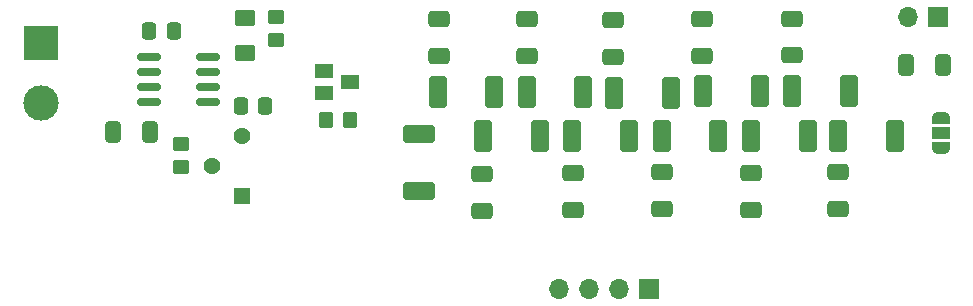
<source format=gbr>
%TF.GenerationSoftware,KiCad,Pcbnew,8.0.2*%
%TF.CreationDate,2024-06-27T01:20:11-06:00*%
%TF.ProjectId,2024_NE555_ChargePump,32303234-5f4e-4453-9535-355f43686172,rev?*%
%TF.SameCoordinates,Original*%
%TF.FileFunction,Soldermask,Top*%
%TF.FilePolarity,Negative*%
%FSLAX46Y46*%
G04 Gerber Fmt 4.6, Leading zero omitted, Abs format (unit mm)*
G04 Created by KiCad (PCBNEW 8.0.2) date 2024-06-27 01:20:11*
%MOMM*%
%LPD*%
G01*
G04 APERTURE LIST*
G04 Aperture macros list*
%AMRoundRect*
0 Rectangle with rounded corners*
0 $1 Rounding radius*
0 $2 $3 $4 $5 $6 $7 $8 $9 X,Y pos of 4 corners*
0 Add a 4 corners polygon primitive as box body*
4,1,4,$2,$3,$4,$5,$6,$7,$8,$9,$2,$3,0*
0 Add four circle primitives for the rounded corners*
1,1,$1+$1,$2,$3*
1,1,$1+$1,$4,$5*
1,1,$1+$1,$6,$7*
1,1,$1+$1,$8,$9*
0 Add four rect primitives between the rounded corners*
20,1,$1+$1,$2,$3,$4,$5,0*
20,1,$1+$1,$4,$5,$6,$7,0*
20,1,$1+$1,$6,$7,$8,$9,0*
20,1,$1+$1,$8,$9,$2,$3,0*%
%AMFreePoly0*
4,1,19,0.550000,-0.750000,0.000000,-0.750000,0.000000,-0.744911,-0.071157,-0.744911,-0.207708,-0.704816,-0.327430,-0.627875,-0.420627,-0.520320,-0.479746,-0.390866,-0.500000,-0.250000,-0.500000,0.250000,-0.479746,0.390866,-0.420627,0.520320,-0.327430,0.627875,-0.207708,0.704816,-0.071157,0.744911,0.000000,0.744911,0.000000,0.750000,0.550000,0.750000,0.550000,-0.750000,0.550000,-0.750000,
$1*%
%AMFreePoly1*
4,1,19,0.000000,0.744911,0.071157,0.744911,0.207708,0.704816,0.327430,0.627875,0.420627,0.520320,0.479746,0.390866,0.500000,0.250000,0.500000,-0.250000,0.479746,-0.390866,0.420627,-0.520320,0.327430,-0.627875,0.207708,-0.704816,0.071157,-0.744911,0.000000,-0.744911,0.000000,-0.750000,-0.550000,-0.750000,-0.550000,0.750000,0.000000,0.750000,0.000000,0.744911,0.000000,0.744911,
$1*%
G04 Aperture macros list end*
%ADD10R,1.700000X1.700000*%
%ADD11O,1.700000X1.700000*%
%ADD12FreePoly0,270.000000*%
%ADD13R,1.500000X1.000000*%
%ADD14FreePoly1,270.000000*%
%ADD15RoundRect,0.250000X0.500000X1.100000X-0.500000X1.100000X-0.500000X-1.100000X0.500000X-1.100000X0*%
%ADD16RoundRect,0.250000X-0.650000X0.412500X-0.650000X-0.412500X0.650000X-0.412500X0.650000X0.412500X0*%
%ADD17RoundRect,0.250000X0.650000X-0.412500X0.650000X0.412500X-0.650000X0.412500X-0.650000X-0.412500X0*%
%ADD18RoundRect,0.250000X0.412500X0.650000X-0.412500X0.650000X-0.412500X-0.650000X0.412500X-0.650000X0*%
%ADD19RoundRect,0.250000X-0.450000X0.350000X-0.450000X-0.350000X0.450000X-0.350000X0.450000X0.350000X0*%
%ADD20R,3.000000X3.000000*%
%ADD21C,3.000000*%
%ADD22RoundRect,0.250000X0.450000X-0.350000X0.450000X0.350000X-0.450000X0.350000X-0.450000X-0.350000X0*%
%ADD23RoundRect,0.250000X-0.337500X-0.475000X0.337500X-0.475000X0.337500X0.475000X-0.337500X0.475000X0*%
%ADD24RoundRect,0.250000X-0.350000X-0.450000X0.350000X-0.450000X0.350000X0.450000X-0.350000X0.450000X0*%
%ADD25RoundRect,0.250000X-1.100000X0.500000X-1.100000X-0.500000X1.100000X-0.500000X1.100000X0.500000X0*%
%ADD26RoundRect,0.102000X0.611000X-0.611000X0.611000X0.611000X-0.611000X0.611000X-0.611000X-0.611000X0*%
%ADD27C,1.426000*%
%ADD28RoundRect,0.150000X0.825000X0.150000X-0.825000X0.150000X-0.825000X-0.150000X0.825000X-0.150000X0*%
%ADD29RoundRect,0.102000X-0.700000X0.500000X-0.700000X-0.500000X0.700000X-0.500000X0.700000X0.500000X0*%
%ADD30RoundRect,0.250001X-0.624999X0.462499X-0.624999X-0.462499X0.624999X-0.462499X0.624999X0.462499X0*%
G04 APERTURE END LIST*
D10*
%TO.C,J3*%
X152237600Y-86938000D03*
D11*
X149697600Y-86938000D03*
X147157600Y-86938000D03*
X144617600Y-86938000D03*
%TD*%
D12*
%TO.C,JP1*%
X176951900Y-72461600D03*
D13*
X176951900Y-73761600D03*
D14*
X176951900Y-75061600D03*
%TD*%
D15*
%TO.C,D12*%
X168237200Y-74041000D03*
X173037200Y-74041000D03*
%TD*%
%TO.C,D7*%
X154038000Y-70332600D03*
X149238000Y-70332600D03*
%TD*%
D16*
%TO.C,C14*%
X168173400Y-80200900D03*
X168173400Y-77075900D03*
%TD*%
D15*
%TO.C,D11*%
X164300200Y-70205600D03*
X169100200Y-70205600D03*
%TD*%
%TO.C,D10*%
X160820400Y-74041000D03*
X165620400Y-74041000D03*
%TD*%
%TO.C,D9*%
X156781800Y-70205600D03*
X161581800Y-70205600D03*
%TD*%
%TO.C,D8*%
X158076600Y-74015600D03*
X153276600Y-74015600D03*
%TD*%
D17*
%TO.C,C13*%
X164287200Y-67196100D03*
X164287200Y-64071100D03*
%TD*%
D16*
%TO.C,C12*%
X160807400Y-77126700D03*
X160807400Y-80251700D03*
%TD*%
D17*
%TO.C,C11*%
X156718000Y-67208400D03*
X156718000Y-64083400D03*
%TD*%
D16*
%TO.C,C10*%
X153263600Y-77075900D03*
X153263600Y-80200900D03*
%TD*%
D17*
%TO.C,C9*%
X149148800Y-67323100D03*
X149148800Y-64198100D03*
%TD*%
D15*
%TO.C,D4*%
X142938200Y-74015600D03*
X138138200Y-74015600D03*
%TD*%
D16*
%TO.C,C5*%
X138074400Y-77240600D03*
X138074400Y-80365600D03*
%TD*%
D18*
%TO.C,C8*%
X173926100Y-68021200D03*
X177051100Y-68021200D03*
%TD*%
D19*
%TO.C,R3*%
X120650000Y-63922400D03*
X120650000Y-65922400D03*
%TD*%
D10*
%TO.C,J2*%
X176687400Y-63957200D03*
D11*
X174147400Y-63957200D03*
%TD*%
D15*
%TO.C,D6*%
X150495000Y-74015600D03*
X145695000Y-74015600D03*
%TD*%
D16*
%TO.C,C7*%
X145745200Y-77152100D03*
X145745200Y-80277100D03*
%TD*%
D20*
%TO.C,J1*%
X100711000Y-66141600D03*
D21*
X100711000Y-71221600D03*
%TD*%
D22*
%TO.C,R4*%
X112572800Y-76666600D03*
X112572800Y-74666600D03*
%TD*%
D23*
%TO.C,C1*%
X109884300Y-65125600D03*
X111959300Y-65125600D03*
%TD*%
D15*
%TO.C,D5*%
X146646600Y-70307200D03*
X141846600Y-70307200D03*
%TD*%
D17*
%TO.C,C6*%
X141833600Y-67246900D03*
X141833600Y-64121900D03*
%TD*%
D24*
%TO.C,R1*%
X124864800Y-72618600D03*
X126864800Y-72618600D03*
%TD*%
D23*
%TO.C,C2*%
X117631300Y-71501000D03*
X119706300Y-71501000D03*
%TD*%
D25*
%TO.C,D1*%
X132740400Y-78638400D03*
X132740400Y-73838400D03*
%TD*%
D26*
%TO.C,RV1*%
X117703600Y-79070200D03*
D27*
X115163600Y-76530200D03*
X117703600Y-73990200D03*
%TD*%
D28*
%TO.C,U1*%
X114844600Y-71142400D03*
X114844600Y-69872400D03*
X114844600Y-68602400D03*
X114844600Y-67332400D03*
X109894600Y-67332400D03*
X109894600Y-68602400D03*
X109894600Y-69872400D03*
X109894600Y-71142400D03*
%TD*%
D18*
%TO.C,C3*%
X109969700Y-73660000D03*
X106844700Y-73660000D03*
%TD*%
D15*
%TO.C,D3*%
X139115200Y-70307200D03*
X134315200Y-70307200D03*
%TD*%
D17*
%TO.C,C4*%
X134391400Y-67221500D03*
X134391400Y-64096500D03*
%TD*%
D29*
%TO.C,Q1*%
X124714000Y-68493600D03*
X126914000Y-69443600D03*
X124714000Y-70393600D03*
%TD*%
D30*
%TO.C,D2*%
X118008400Y-64044500D03*
X118008400Y-67019500D03*
%TD*%
M02*

</source>
